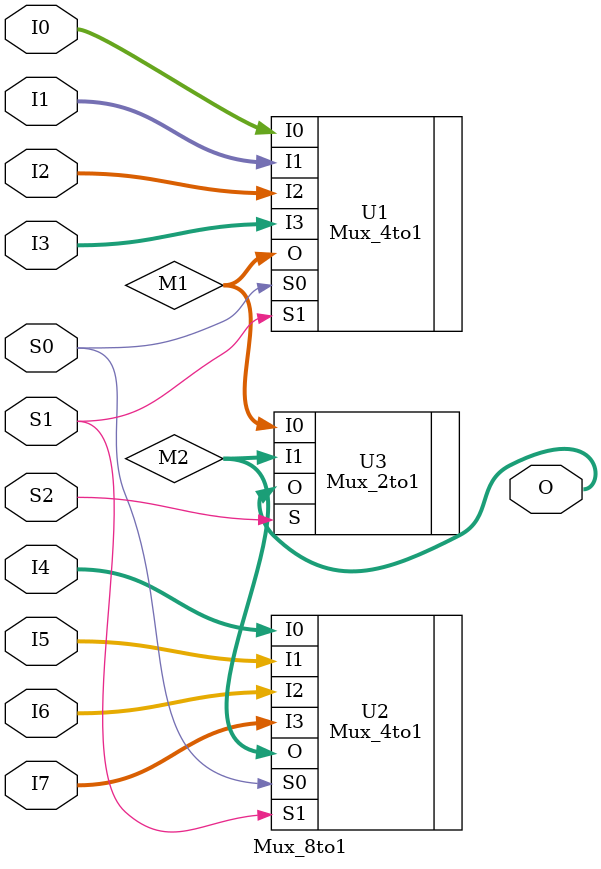
<source format=v>
`timescale 1ns / 1ps


module Mux_8to1 (I0, I1, I2, I3, I4, I5, I6, I7, S0, S1, S2, O);
input [3:0] I0, I1, I2, I3, I4, I5, I6, I7;
input S0, S1, S2;
output [3:0] O;
wire [3:0] M1, M2;

Mux_4to1 U1 (.I0(I0), .I1(I1), .I2(I2), .I3(I3), .S0(S0), .S1(S1), .O(M1));
Mux_4to1 U2 (.I0(I4), .I1(I5), .I2(I6), .I3(I7), .S0(S0), .S1(S1), .O(M2));
Mux_2to1 U3 (.I0(M1), .I1(M2), .S(S2), .O(O));

endmodule

</source>
